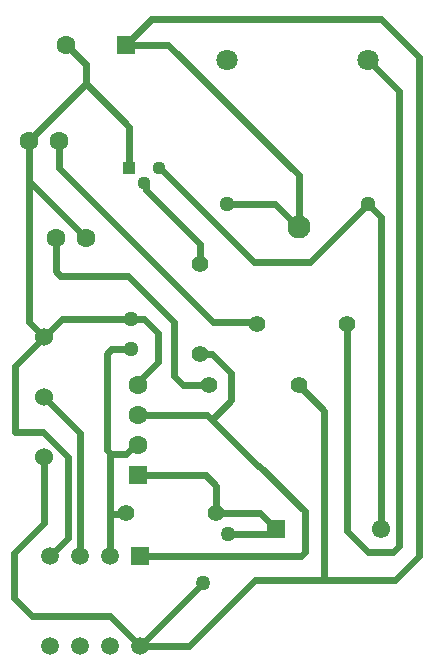
<source format=gbl>
G04*
G04 #@! TF.GenerationSoftware,Altium Limited,Altium Designer,22.2.1 (43)*
G04*
G04 Layer_Physical_Order=2*
G04 Layer_Color=16711680*
%FSLAX23Y23*%
%MOIN*%
G70*
G04*
G04 #@! TF.SameCoordinates,4A317E20-D035-40B8-9544-2A4E967EB8EC*
G04*
G04*
G04 #@! TF.FilePolarity,Positive*
G04*
G01*
G75*
%ADD12C,0.024*%
%ADD16C,0.061*%
%ADD17R,0.061X0.061*%
%ADD32C,0.055*%
%ADD33C,0.051*%
%ADD34C,0.071*%
%ADD35C,0.077*%
%ADD36C,0.063*%
%ADD37R,0.063X0.063*%
%ADD38R,0.059X0.059*%
%ADD39C,0.059*%
%ADD40R,0.044X0.044*%
%ADD41C,0.044*%
%ADD42C,0.060*%
%ADD43R,0.063X0.063*%
%ADD44C,0.051*%
%ADD45C,0.050*%
D12*
X-135Y-485D02*
X75Y-275D01*
X305Y-110D02*
X320Y-95D01*
X160Y-110D02*
X305D01*
X250Y-265D02*
X480D01*
X-135Y-485D02*
X30D01*
X250Y-265D01*
X-235Y-385D02*
X-135Y-485D01*
X-455Y-75D02*
Y145D01*
X-495Y-385D02*
X-235D01*
X-555Y-325D02*
Y-175D01*
Y-325D02*
X-495Y-385D01*
X-555Y-175D02*
X-455Y-75D01*
X-435Y-185D02*
X-375Y-125D01*
X-374D01*
X-550Y230D02*
Y450D01*
X-335Y-185D02*
Y225D01*
X-455Y345D02*
X-335Y225D01*
X-374Y-125D02*
Y146D01*
X-459Y230D02*
X-374Y146D01*
X-550Y230D02*
X-459D01*
X85Y85D02*
X120Y50D01*
Y-40D02*
Y50D01*
Y-40D02*
X265D01*
X320Y-95D01*
X-235Y-45D02*
Y159D01*
Y-110D02*
Y-45D01*
X-185D01*
X-180Y-40D01*
X257Y117D02*
X262D01*
X90Y285D02*
X257Y117D01*
X262D02*
X415Y-35D01*
X401Y-185D02*
X415Y-171D01*
X-135Y-185D02*
X401D01*
X415Y-171D02*
Y-35D01*
X-314Y1391D02*
X-170Y1247D01*
Y1110D02*
Y1247D01*
X-550Y450D02*
X-455Y545D01*
X-75Y461D02*
Y560D01*
X-395Y605D02*
X-120D01*
X-75Y560D01*
X-140Y396D02*
X-75Y461D01*
X-20Y415D02*
X10Y385D01*
X-20Y415D02*
Y595D01*
X-175Y750D02*
X-20Y595D01*
X170Y335D02*
Y425D01*
X66Y489D02*
X106D01*
X65Y490D02*
X66Y489D01*
X106D02*
X170Y425D01*
X105Y270D02*
X170Y335D01*
X480Y-265D02*
X715D01*
X796Y-184D02*
Y1479D01*
X715Y-265D02*
X796Y-184D01*
X-235Y-185D02*
Y-110D01*
Y159D02*
X-231Y155D01*
X-245Y169D02*
X-235Y159D01*
X-230Y505D02*
X-165D01*
X-245Y169D02*
Y490D01*
X-230Y505D01*
X-140Y85D02*
X85D01*
X-181Y155D02*
X-151Y185D01*
X-415Y764D02*
Y875D01*
X-401Y750D02*
X-175D01*
X-415Y764D02*
X-401Y750D01*
X578Y941D02*
X626Y990D01*
X245Y795D02*
X431D01*
X-74Y1114D02*
X245Y795D01*
X431D02*
X578Y941D01*
X710Y-170D02*
X730Y-150D01*
X626Y1470D02*
X730Y1366D01*
Y-150D02*
Y1366D01*
X395Y385D02*
X480Y300D01*
Y-265D02*
Y300D01*
X10Y385D02*
X95D01*
X-405Y1110D02*
Y1200D01*
Y1110D02*
X109Y596D01*
X249D01*
X-120Y1060D02*
X-116Y1056D01*
Y1036D02*
X65Y855D01*
Y790D02*
Y855D01*
X-116Y1036D02*
Y1056D01*
X-41Y1520D02*
X395Y1085D01*
X-183Y1520D02*
X-41D01*
X395Y911D02*
Y1085D01*
X670Y1605D02*
X715Y1560D01*
X715D01*
X-98Y1605D02*
X670D01*
X-183Y1520D02*
X-98Y1605D01*
X316Y990D02*
X389Y917D01*
X715Y1560D02*
X796Y1479D01*
X625Y-170D02*
X710D01*
X555Y-100D02*
X625Y-170D01*
X555Y-100D02*
Y590D01*
X-231Y155D02*
X-181D01*
X-151Y185D02*
X-140D01*
X670Y-95D02*
Y946D01*
X626Y990D02*
X670Y946D01*
X626Y990D02*
Y1000D01*
Y990D02*
Y1000D01*
X-455Y545D02*
X-395Y605D01*
X154Y990D02*
X316D01*
X249Y596D02*
X255Y590D01*
X-314Y1391D02*
Y1454D01*
X-380Y1520D02*
X-314Y1454D01*
X-505Y1200D02*
X-314Y1391D01*
X-140Y385D02*
Y396D01*
Y285D02*
X90D01*
X-505Y595D02*
Y1065D01*
Y595D02*
X-455Y545D01*
X-505Y1065D02*
Y1200D01*
Y1065D02*
X-315Y875D01*
D16*
X670Y-95D02*
D03*
D17*
X320D02*
D03*
D32*
X65Y490D02*
D03*
Y790D02*
D03*
X-180Y-40D02*
D03*
X120D02*
D03*
X555Y590D02*
D03*
X255D02*
D03*
X395Y385D02*
D03*
X95D02*
D03*
D33*
X626Y990D02*
D03*
X154D02*
D03*
D34*
Y1470D02*
D03*
X626D02*
D03*
D35*
X395Y911D02*
D03*
D36*
X-505Y1200D02*
D03*
X-405D02*
D03*
X-380Y1520D02*
D03*
X-140Y185D02*
D03*
Y285D02*
D03*
Y385D02*
D03*
X-415Y875D02*
D03*
X-315D02*
D03*
D37*
X-183Y1520D02*
D03*
D38*
X-135Y-185D02*
D03*
D39*
X-235D02*
D03*
X-335D02*
D03*
X-435D02*
D03*
X-135Y-485D02*
D03*
X-235D02*
D03*
X-335D02*
D03*
X-435D02*
D03*
D40*
X-170Y1110D02*
D03*
D41*
X-120Y1060D02*
D03*
X-70Y1110D02*
D03*
D42*
X-455Y145D02*
D03*
Y345D02*
D03*
Y545D02*
D03*
D43*
X-140Y85D02*
D03*
D44*
X-165Y505D02*
D03*
Y605D02*
D03*
D45*
X75Y-275D02*
D03*
X160Y-110D02*
D03*
M02*

</source>
